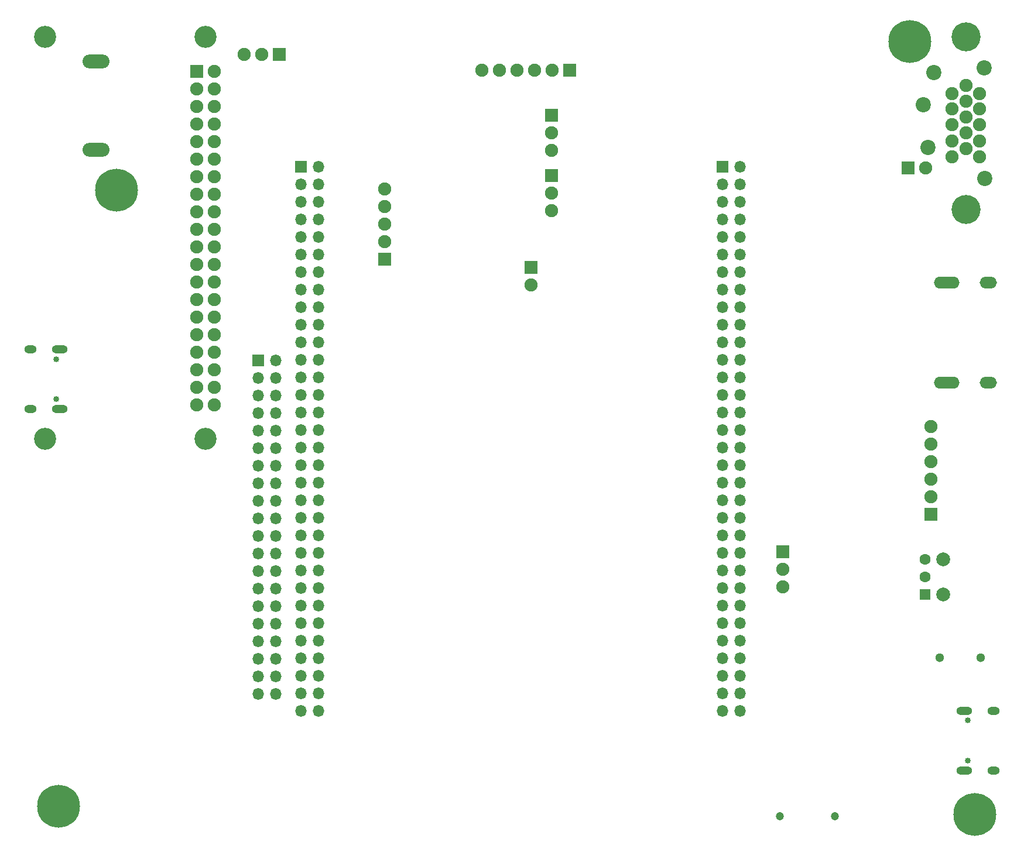
<source format=gbr>
%TF.GenerationSoftware,KiCad,Pcbnew,7.0.10*%
%TF.CreationDate,2024-01-24T08:03:13+07:00*%
%TF.ProjectId,QMTech-MiSTeX,514d5465-6368-42d4-9d69-535465582e6b,rev?*%
%TF.SameCoordinates,Original*%
%TF.FileFunction,Soldermask,Bot*%
%TF.FilePolarity,Negative*%
%FSLAX46Y46*%
G04 Gerber Fmt 4.6, Leading zero omitted, Abs format (unit mm)*
G04 Created by KiCad (PCBNEW 7.0.10) date 2024-01-24 08:03:13*
%MOMM*%
%LPD*%
G01*
G04 APERTURE LIST*
G04 Aperture macros list*
%AMRoundRect*
0 Rectangle with rounded corners*
0 $1 Rounding radius*
0 $2 $3 $4 $5 $6 $7 $8 $9 X,Y pos of 4 corners*
0 Add a 4 corners polygon primitive as box body*
4,1,4,$2,$3,$4,$5,$6,$7,$8,$9,$2,$3,0*
0 Add four circle primitives for the rounded corners*
1,1,$1+$1,$2,$3*
1,1,$1+$1,$4,$5*
1,1,$1+$1,$6,$7*
1,1,$1+$1,$8,$9*
0 Add four rect primitives between the rounded corners*
20,1,$1+$1,$2,$3,$4,$5,0*
20,1,$1+$1,$4,$5,$6,$7,0*
20,1,$1+$1,$6,$7,$8,$9,0*
20,1,$1+$1,$8,$9,$2,$3,0*%
G04 Aperture macros list end*
%ADD10RoundRect,0.100000X0.850000X0.850000X-0.850000X0.850000X-0.850000X-0.850000X0.850000X-0.850000X0*%
%ADD11O,1.900000X1.900000*%
%ADD12RoundRect,0.100000X-0.850000X0.850000X-0.850000X-0.850000X0.850000X-0.850000X0.850000X0.850000X0*%
%ADD13C,1.900000*%
%ADD14C,4.200000*%
%ADD15RoundRect,0.100000X-0.850000X-0.850000X0.850000X-0.850000X0.850000X0.850000X-0.850000X0.850000X0*%
%ADD16R,1.680000X1.680000*%
%ADD17O,1.680000X1.680000*%
%ADD18C,1.000000*%
%ADD19C,6.200000*%
%ADD20C,3.200000*%
%ADD21C,0.850000*%
%ADD22O,2.300000X1.200000*%
%ADD23O,1.800000X1.200000*%
%ADD24RoundRect,0.100000X0.850000X-0.850000X0.850000X0.850000X-0.850000X0.850000X-0.850000X-0.850000X0*%
%ADD25O,3.700000X1.700000*%
%ADD26O,2.500000X1.700000*%
%ADD27RoundRect,0.100000X-0.700000X0.700000X-0.700000X-0.700000X0.700000X-0.700000X0.700000X0.700000X0*%
%ADD28C,1.600000*%
%ADD29C,2.000000*%
%ADD30C,1.200000*%
%ADD31O,3.900000X2.000000*%
%ADD32C,1.300000*%
%ADD33C,2.200000*%
G04 APERTURE END LIST*
D10*
%TO.C,J14*%
X148386800Y-72034400D03*
D11*
X148386800Y-69494400D03*
X148386800Y-66954400D03*
X148386800Y-64414400D03*
X148386800Y-61874400D03*
%TD*%
D12*
%TO.C,J6*%
X175209200Y-44704000D03*
D11*
X172669200Y-44704000D03*
X170129200Y-44704000D03*
X167589200Y-44704000D03*
X165049200Y-44704000D03*
X162509200Y-44704000D03*
%TD*%
D13*
%TO.C,VGA1*%
X230480800Y-48073800D03*
X230480800Y-50343800D03*
X230480800Y-52633800D03*
X230480800Y-54923800D03*
X230480800Y-57213800D03*
X232460800Y-46913800D03*
X232460800Y-49193800D03*
X232460800Y-51493800D03*
X232460800Y-53773800D03*
X232460800Y-56073800D03*
X234440800Y-48073800D03*
X234440800Y-50343800D03*
X234440800Y-52633800D03*
X234440800Y-54923800D03*
X234440800Y-57213800D03*
D14*
X232460800Y-39893800D03*
X232460800Y-64873800D03*
%TD*%
D15*
%TO.C,J12*%
X172593000Y-51206400D03*
D11*
X172593000Y-53746400D03*
X172593000Y-56286400D03*
%TD*%
D16*
%TO.C,J4*%
X136309100Y-58694400D03*
D17*
X138849100Y-58694400D03*
X136309100Y-61234400D03*
X138849100Y-61234400D03*
X136309100Y-63774400D03*
X138849100Y-63774400D03*
X136309100Y-66314400D03*
X138849100Y-66314400D03*
X136309100Y-68854400D03*
X138849100Y-68854400D03*
X136309100Y-71394400D03*
X138849100Y-71394400D03*
X136309100Y-73934400D03*
X138849100Y-73934400D03*
X136309100Y-76474400D03*
X138849100Y-76474400D03*
X136309100Y-79014400D03*
X138849100Y-79014400D03*
X136309100Y-81554400D03*
X138849100Y-81554400D03*
X136309100Y-84094400D03*
X138849100Y-84094400D03*
X136309100Y-86634400D03*
X138849100Y-86634400D03*
X136309100Y-89174400D03*
X138849100Y-89174400D03*
X136309100Y-91714400D03*
X138849100Y-91714400D03*
X136309100Y-94254400D03*
X138849100Y-94254400D03*
X136309100Y-96794400D03*
X138849100Y-96794400D03*
X136309100Y-99334400D03*
X138849100Y-99334400D03*
X136309100Y-101874400D03*
X138849100Y-101874400D03*
X136309100Y-104414400D03*
X138849100Y-104414400D03*
X136309100Y-106954400D03*
X138849100Y-106954400D03*
X136309100Y-109494400D03*
X138849100Y-109494400D03*
X136309100Y-112034400D03*
X138849100Y-112034400D03*
X136309100Y-114574400D03*
X138849100Y-114574400D03*
X136309100Y-117114400D03*
X138849100Y-117114400D03*
X136309100Y-119654400D03*
X138849100Y-119654400D03*
X136309100Y-122194400D03*
X138849100Y-122194400D03*
X136309100Y-124734400D03*
X138849100Y-124734400D03*
X136309100Y-127274400D03*
X138849100Y-127274400D03*
X136309100Y-129814400D03*
X138849100Y-129814400D03*
X136309100Y-132354400D03*
X138849100Y-132354400D03*
X136309100Y-134894400D03*
X138849100Y-134894400D03*
X136309100Y-137434400D03*
X138849100Y-137434400D03*
%TD*%
D18*
%TO.C,H8*%
X107387000Y-62103000D03*
X108046010Y-60512010D03*
X108046010Y-63693990D03*
X109637000Y-59853000D03*
D19*
X109637000Y-62103000D03*
D18*
X109637000Y-64353000D03*
X111227990Y-60512010D03*
X111227990Y-63693990D03*
X111887000Y-62103000D03*
%TD*%
D10*
%TO.C,J11*%
X227457000Y-108966000D03*
D11*
X227457000Y-106426000D03*
X227457000Y-103886000D03*
X227457000Y-101346000D03*
X227457000Y-98806000D03*
X227457000Y-96266000D03*
%TD*%
D20*
%TO.C,H3*%
X99314000Y-98044000D03*
%TD*%
D16*
%TO.C,J2*%
X130149600Y-86715600D03*
D17*
X132689600Y-86715600D03*
X130149600Y-89255600D03*
X132689600Y-89255600D03*
X130149600Y-91795600D03*
X132689600Y-91795600D03*
X130149600Y-94335600D03*
X132689600Y-94335600D03*
X130149600Y-96875600D03*
X132689600Y-96875600D03*
X130149600Y-99415600D03*
X132689600Y-99415600D03*
X130149600Y-101955600D03*
X132689600Y-101955600D03*
X130149600Y-104495600D03*
X132689600Y-104495600D03*
X130149600Y-107035600D03*
X132689600Y-107035600D03*
X130149600Y-109575600D03*
X132689600Y-109575600D03*
X130149600Y-112115600D03*
X132689600Y-112115600D03*
X130149600Y-114655600D03*
X132689600Y-114655600D03*
X130149600Y-117195600D03*
X132689600Y-117195600D03*
X130149600Y-119735600D03*
X132689600Y-119735600D03*
X130149600Y-122275600D03*
X132689600Y-122275600D03*
X130149600Y-124815600D03*
X132689600Y-124815600D03*
X130149600Y-127355600D03*
X132689600Y-127355600D03*
X130149600Y-129895600D03*
X132689600Y-129895600D03*
X130149600Y-132435600D03*
X132689600Y-132435600D03*
X130149600Y-134975600D03*
X132689600Y-134975600D03*
%TD*%
D20*
%TO.C,H1*%
X99314000Y-39878000D03*
%TD*%
D15*
%TO.C,J9*%
X169595800Y-73253600D03*
D11*
X169595800Y-75793600D03*
%TD*%
D12*
%TO.C,JP1*%
X133223000Y-42419000D03*
D11*
X130683000Y-42419000D03*
X128143000Y-42419000D03*
%TD*%
D15*
%TO.C,J8*%
X205994000Y-114376200D03*
D11*
X205994000Y-116916200D03*
X205994000Y-119456200D03*
%TD*%
D18*
%TO.C,H6*%
X222093400Y-40563800D03*
X222752410Y-38972810D03*
X222752410Y-42154790D03*
X224343400Y-38313800D03*
D19*
X224343400Y-40563800D03*
D18*
X224343400Y-42813800D03*
X225934390Y-38972810D03*
X225934390Y-42154790D03*
X226593400Y-40563800D03*
%TD*%
D21*
%TO.C,J3*%
X100906000Y-86520000D03*
X100906000Y-92300000D03*
D22*
X101406000Y-85090000D03*
D23*
X97226000Y-85090000D03*
D22*
X101406000Y-93730000D03*
D23*
X97226000Y-93730000D03*
%TD*%
D15*
%TO.C,J1*%
X121259600Y-44907200D03*
D11*
X123799600Y-44907200D03*
X121259600Y-47447200D03*
X123799600Y-47447200D03*
X121259600Y-49987200D03*
X123799600Y-49987200D03*
X121259600Y-52527200D03*
X123799600Y-52527200D03*
X121259600Y-55067200D03*
X123799600Y-55067200D03*
X121259600Y-57607200D03*
X123799600Y-57607200D03*
X121259600Y-60147200D03*
X123799600Y-60147200D03*
X121259600Y-62687200D03*
X123799600Y-62687200D03*
X121259600Y-65227200D03*
X123799600Y-65227200D03*
X121259600Y-67767200D03*
X123799600Y-67767200D03*
X121259600Y-70307200D03*
X123799600Y-70307200D03*
X121259600Y-72847200D03*
X123799600Y-72847200D03*
X121259600Y-75387200D03*
X123799600Y-75387200D03*
X121259600Y-77927200D03*
X123799600Y-77927200D03*
X121259600Y-80467200D03*
X123799600Y-80467200D03*
X121259600Y-83007200D03*
X123799600Y-83007200D03*
X121259600Y-85547200D03*
X123799600Y-85547200D03*
X121259600Y-88087200D03*
X123799600Y-88087200D03*
X121259600Y-90627200D03*
X123799600Y-90627200D03*
X121259600Y-93167200D03*
X123799600Y-93167200D03*
%TD*%
D15*
%TO.C,J7*%
X172516800Y-59969400D03*
D11*
X172516800Y-62509400D03*
X172516800Y-65049400D03*
%TD*%
D24*
%TO.C,J10*%
X224129600Y-58826400D03*
D11*
X226669600Y-58826400D03*
%TD*%
D21*
%TO.C,J13*%
X232781800Y-144598600D03*
X232781800Y-138818600D03*
D22*
X232281800Y-146028600D03*
D23*
X236461800Y-146028600D03*
D22*
X232281800Y-137388600D03*
D23*
X236461800Y-137388600D03*
%TD*%
D25*
%TO.C,HDMI1*%
X229717600Y-89938000D03*
X229717600Y-75438000D03*
D26*
X235677600Y-89938000D03*
X235677600Y-75438000D03*
%TD*%
D16*
%TO.C,J5*%
X197269100Y-58694400D03*
D17*
X199809100Y-58694400D03*
X197269100Y-61234400D03*
X199809100Y-61234400D03*
X197269100Y-63774400D03*
X199809100Y-63774400D03*
X197269100Y-66314400D03*
X199809100Y-66314400D03*
X197269100Y-68854400D03*
X199809100Y-68854400D03*
X197269100Y-71394400D03*
X199809100Y-71394400D03*
X197269100Y-73934400D03*
X199809100Y-73934400D03*
X197269100Y-76474400D03*
X199809100Y-76474400D03*
X197269100Y-79014400D03*
X199809100Y-79014400D03*
X197269100Y-81554400D03*
X199809100Y-81554400D03*
X197269100Y-84094400D03*
X199809100Y-84094400D03*
X197269100Y-86634400D03*
X199809100Y-86634400D03*
X197269100Y-89174400D03*
X199809100Y-89174400D03*
X197269100Y-91714400D03*
X199809100Y-91714400D03*
X197269100Y-94254400D03*
X199809100Y-94254400D03*
X197269100Y-96794400D03*
X199809100Y-96794400D03*
X197269100Y-99334400D03*
X199809100Y-99334400D03*
X197269100Y-101874400D03*
X199809100Y-101874400D03*
X197269100Y-104414400D03*
X199809100Y-104414400D03*
X197269100Y-106954400D03*
X199809100Y-106954400D03*
X197269100Y-109494400D03*
X199809100Y-109494400D03*
X197269100Y-112034400D03*
X199809100Y-112034400D03*
X197269100Y-114574400D03*
X199809100Y-114574400D03*
X197269100Y-117114400D03*
X199809100Y-117114400D03*
X197269100Y-119654400D03*
X199809100Y-119654400D03*
X197269100Y-122194400D03*
X199809100Y-122194400D03*
X197269100Y-124734400D03*
X199809100Y-124734400D03*
X197269100Y-127274400D03*
X199809100Y-127274400D03*
X197269100Y-129814400D03*
X199809100Y-129814400D03*
X197269100Y-132354400D03*
X199809100Y-132354400D03*
X197269100Y-134894400D03*
X199809100Y-134894400D03*
X197269100Y-137434400D03*
X199809100Y-137434400D03*
%TD*%
D20*
%TO.C,H2*%
X122555000Y-39878000D03*
%TD*%
D18*
%TO.C,H7*%
X231480800Y-152374600D03*
X232139810Y-150783610D03*
X232139810Y-153965590D03*
X233730800Y-150124600D03*
D19*
X233730800Y-152374600D03*
D18*
X233730800Y-154624600D03*
X235321790Y-150783610D03*
X235321790Y-153965590D03*
X235980800Y-152374600D03*
%TD*%
D27*
%TO.C,U5*%
X226589600Y-120573800D03*
D28*
X226589600Y-118033800D03*
X226589600Y-115493800D03*
D29*
X229209600Y-120573800D03*
X229209600Y-115493800D03*
%TD*%
D30*
%TO.C,TF1*%
X205566400Y-152689200D03*
X213546400Y-152689200D03*
%TD*%
D31*
%TO.C,USB1*%
X106721000Y-56247000D03*
X106721000Y-43447000D03*
%TD*%
D32*
%TO.C,CN1*%
X234649100Y-129692400D03*
X228649100Y-129692400D03*
%TD*%
D18*
%TO.C,H5*%
X99005000Y-151206200D03*
X99664010Y-149615210D03*
X99664010Y-152797190D03*
X101255000Y-148956200D03*
D19*
X101255000Y-151206200D03*
D18*
X101255000Y-153456200D03*
X102845990Y-149615210D03*
X102845990Y-152797190D03*
X103505000Y-151206200D03*
%TD*%
D20*
%TO.C,H4*%
X122555000Y-98044000D03*
%TD*%
D33*
%TO.C,TP1*%
X226974400Y-55880000D03*
%TD*%
%TO.C,TP5*%
X235153200Y-44373800D03*
%TD*%
%TO.C,TP3*%
X227838000Y-45085000D03*
%TD*%
%TO.C,TP4*%
X235178600Y-60401200D03*
%TD*%
%TO.C,TP2*%
X226288600Y-49733200D03*
%TD*%
M02*

</source>
